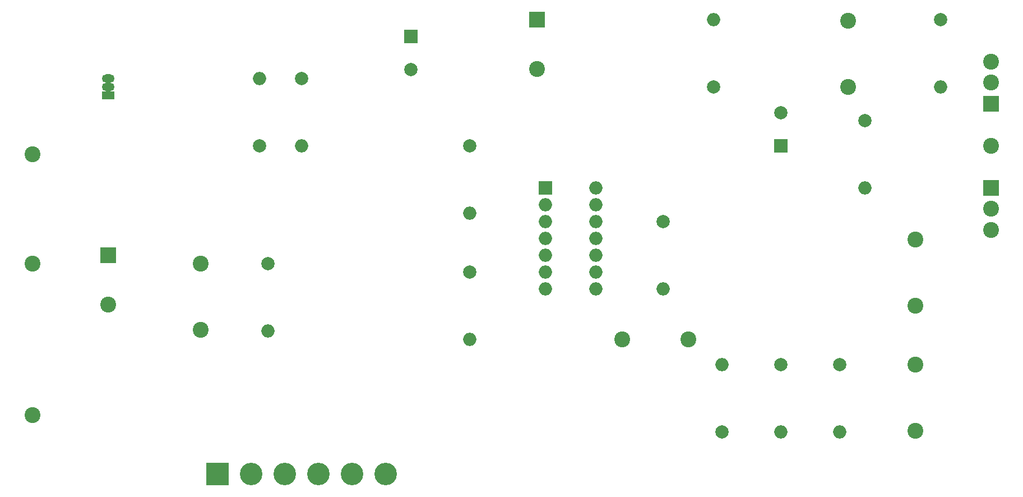
<source format=gbr>
G04 #@! TF.FileFunction,Soldermask,Bot*
%FSLAX46Y46*%
G04 Gerber Fmt 4.6, Leading zero omitted, Abs format (unit mm)*
G04 Created by KiCad (PCBNEW 4.0.7) date 03/22/19 11:19:21*
%MOMM*%
%LPD*%
G01*
G04 APERTURE LIST*
%ADD10C,0.100000*%
%ADD11R,2.000000X2.000000*%
%ADD12O,2.000000X2.000000*%
%ADD13C,2.000000*%
%ADD14R,2.398980X2.398980*%
%ADD15C,2.398980*%
%ADD16C,3.400000*%
%ADD17R,3.400000X3.400000*%
%ADD18C,2.400000*%
%ADD19O,1.900000X1.300000*%
%ADD20R,1.900000X1.300000*%
%ADD21R,2.400000X2.400000*%
G04 APERTURE END LIST*
D10*
D11*
X177800000Y-109220000D03*
D12*
X185420000Y-124460000D03*
X177800000Y-111760000D03*
X185420000Y-121920000D03*
X177800000Y-114300000D03*
X185420000Y-119380000D03*
X177800000Y-116840000D03*
X185420000Y-116840000D03*
X177800000Y-119380000D03*
X185420000Y-114300000D03*
X177800000Y-121920000D03*
X185420000Y-111760000D03*
X177800000Y-124460000D03*
X185420000Y-109220000D03*
D13*
X135890000Y-120650000D03*
D12*
X135890000Y-130810000D03*
D13*
X140970000Y-92710000D03*
D12*
X140970000Y-102870000D03*
D14*
X245110000Y-109220000D03*
D15*
X245110000Y-112395000D03*
X245110000Y-115570000D03*
D14*
X245110000Y-96520000D03*
D15*
X245110000Y-93345000D03*
X245110000Y-90170000D03*
D16*
X133350000Y-152400000D03*
X138430000Y-152400000D03*
D17*
X128270000Y-152400000D03*
D16*
X143510000Y-152400000D03*
X148590000Y-152400000D03*
X153670000Y-152400000D03*
D15*
X100330000Y-143510000D03*
X100330000Y-120650000D03*
X245110000Y-102870000D03*
D13*
X134620000Y-102870000D03*
D12*
X134620000Y-92710000D03*
D13*
X166370000Y-102870000D03*
D12*
X166370000Y-113030000D03*
D13*
X166370000Y-121920000D03*
D12*
X166370000Y-132080000D03*
D13*
X204470000Y-146050000D03*
D12*
X204470000Y-135890000D03*
D13*
X222250000Y-135890000D03*
D12*
X222250000Y-146050000D03*
D13*
X237490000Y-83820000D03*
D12*
X237490000Y-93980000D03*
D13*
X195580000Y-114300000D03*
D12*
X195580000Y-124460000D03*
D13*
X226060000Y-99060000D03*
D12*
X226060000Y-109220000D03*
D13*
X203200000Y-93980000D03*
D12*
X203200000Y-83820000D03*
D13*
X213360000Y-135890000D03*
D12*
X213360000Y-146050000D03*
D15*
X100330000Y-104140000D03*
D18*
X125730000Y-120650000D03*
X125730000Y-130650000D03*
X199390000Y-132080000D03*
X189390000Y-132080000D03*
X233680000Y-127000000D03*
X233680000Y-117000000D03*
X233680000Y-135890000D03*
X233680000Y-145890000D03*
X223520000Y-93980000D03*
X223520000Y-83980000D03*
D19*
X111760000Y-93980000D03*
X111760000Y-92710000D03*
D20*
X111760000Y-95250000D03*
D21*
X111760000Y-119380000D03*
D18*
X111760000Y-126880000D03*
D11*
X157480000Y-86360000D03*
D13*
X157480000Y-91360000D03*
D21*
X176530000Y-83820000D03*
D18*
X176530000Y-91320000D03*
D11*
X213360000Y-102870000D03*
D13*
X213360000Y-97870000D03*
M02*

</source>
